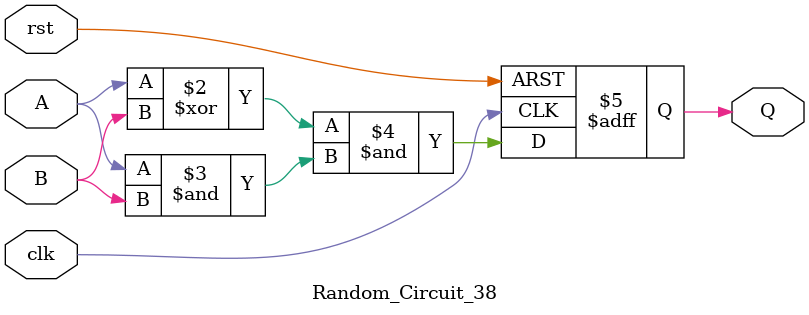
<source format=v>
module Random_Circuit_38 (
    input A, B, clk, rst,
    output reg Q
);
    always @(posedge clk or posedge rst) begin
        if (rst)
            Q <= 0;
        else
            Q <= (A ^ B) & (A & B);  // XOR, AND logic
    end
endmodule


</source>
